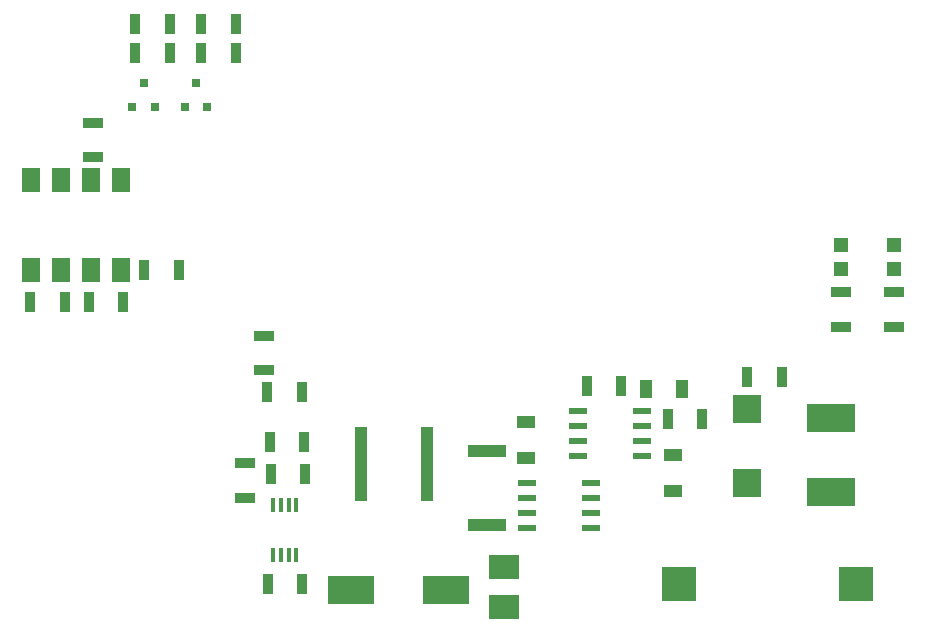
<source format=gtp>
G04 #@! TF.FileFunction,Paste,Top*
%FSLAX46Y46*%
G04 Gerber Fmt 4.6, Leading zero omitted, Abs format (unit mm)*
G04 Created by KiCad (PCBNEW 4.0.1-stable) date 2017-04-04 7:48:20 AM*
%MOMM*%
G01*
G04 APERTURE LIST*
%ADD10C,0.150000*%
%ADD11R,2.430000X2.370000*%
%ADD12R,4.130000X2.370000*%
%ADD13R,2.500000X2.000000*%
%ADD14R,1.198880X1.198880*%
%ADD15R,1.700000X0.900000*%
%ADD16R,0.900000X1.700000*%
%ADD17R,3.200000X1.000000*%
%ADD18R,1.550000X0.600000*%
%ADD19R,0.400000X1.200000*%
%ADD20R,1.524000X2.032000*%
%ADD21R,1.600000X1.000000*%
%ADD22R,1.000000X1.600000*%
%ADD23R,4.000500X2.400300*%
%ADD24R,2.999740X2.999740*%
%ADD25R,1.000000X6.350000*%
%ADD26R,0.800100X0.800100*%
G04 APERTURE END LIST*
D10*
D11*
X84709000Y-49712000D03*
X84709000Y-55952000D03*
D12*
X91821000Y-50474000D03*
X91821000Y-56714000D03*
D13*
X64135000Y-66470000D03*
X64135000Y-63070000D03*
D14*
X92710000Y-37879020D03*
X92710000Y-35780980D03*
X97155000Y-37879020D03*
X97155000Y-35780980D03*
D15*
X92710000Y-42725000D03*
X92710000Y-39825000D03*
X97155000Y-42725000D03*
X97155000Y-39825000D03*
D16*
X41455000Y-19558000D03*
X38555000Y-19558000D03*
X41455000Y-17145000D03*
X38555000Y-17145000D03*
D17*
X62738000Y-59488000D03*
X62738000Y-53288000D03*
D16*
X78052000Y-50546000D03*
X80952000Y-50546000D03*
X44143000Y-48260000D03*
X47043000Y-48260000D03*
D15*
X43815000Y-43508000D03*
X43815000Y-46408000D03*
D16*
X29030000Y-40640000D03*
X31930000Y-40640000D03*
X36629000Y-37973000D03*
X33729000Y-37973000D03*
X24077000Y-40640000D03*
X26977000Y-40640000D03*
X47322400Y-55219600D03*
X44422400Y-55219600D03*
X44371600Y-52527200D03*
X47271600Y-52527200D03*
X47068400Y-64541400D03*
X44168400Y-64541400D03*
D15*
X42240200Y-57203000D03*
X42240200Y-54303000D03*
X29337000Y-25474000D03*
X29337000Y-28374000D03*
D18*
X71534000Y-59817000D03*
X71534000Y-58547000D03*
X71534000Y-57277000D03*
X71534000Y-56007000D03*
X66134000Y-56007000D03*
X66134000Y-57277000D03*
X66134000Y-58547000D03*
X66134000Y-59817000D03*
X70452000Y-49911000D03*
X70452000Y-51181000D03*
X70452000Y-52451000D03*
X70452000Y-53721000D03*
X75852000Y-53721000D03*
X75852000Y-52451000D03*
X75852000Y-51181000D03*
X75852000Y-49911000D03*
D19*
X46593400Y-57844000D03*
X45943400Y-57844000D03*
X45293400Y-57844000D03*
X44643400Y-57844000D03*
X44643400Y-62044000D03*
X45293400Y-62044000D03*
X45943400Y-62044000D03*
X46593400Y-62044000D03*
D20*
X24130000Y-37973000D03*
X26670000Y-37973000D03*
X29210000Y-37973000D03*
X31750000Y-37973000D03*
X31750000Y-30353000D03*
X29210000Y-30353000D03*
X26670000Y-30353000D03*
X24130000Y-30353000D03*
D16*
X32967000Y-19558000D03*
X35867000Y-19558000D03*
X32967000Y-17145000D03*
X35867000Y-17145000D03*
D21*
X66040000Y-53824000D03*
X66040000Y-50824000D03*
D22*
X79224000Y-48006000D03*
X76224000Y-48006000D03*
D21*
X78486000Y-56618000D03*
X78486000Y-53618000D03*
D16*
X71194000Y-47752000D03*
X74094000Y-47752000D03*
D23*
X59245500Y-65024000D03*
X51244500Y-65024000D03*
D24*
X78987000Y-64516000D03*
X93987000Y-64516000D03*
D16*
X87683000Y-46990000D03*
X84783000Y-46990000D03*
D25*
X57664000Y-54356000D03*
X52064000Y-54356000D03*
D26*
X32705000Y-24114760D03*
X34605000Y-24114760D03*
X33655000Y-22115780D03*
X37150000Y-24114760D03*
X39050000Y-24114760D03*
X38100000Y-22115780D03*
M02*

</source>
